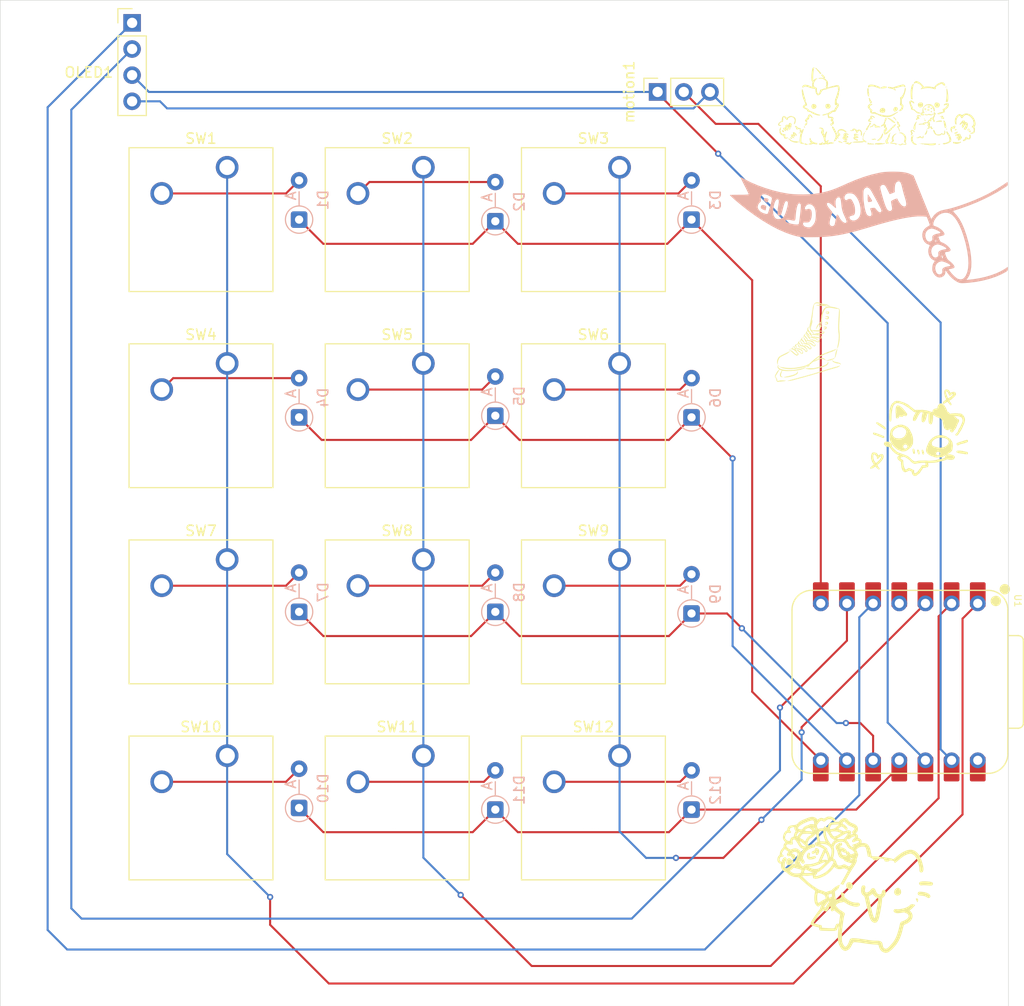
<source format=kicad_pcb>
(kicad_pcb (version 20241229) (generator "pcbnew") (generator_version "9.0")
  (layers (0 "F.Cu" signal) (2 "B.Cu" signal) (13 "F.Paste" user) (15 "B.Paste" user) (5 "F.SilkS" user "F.Silkscreen") (7 "B.SilkS" user "B.Silkscreen") (1 "F.Mask" user) (3 "B.Mask" user) (25 "Edge.Cuts" user))
  (net 0 "")
  (net 1 "Net-(D1-A)")
  (net 2 "column 0")
  (net 3 "column 1")
  (net 4 "Net-(D2-A)")
  (net 5 "column 2")
  (net 6 "Net-(D3-A)")
  (net 7 "Net-(D4-A)")
  (net 8 "Net-(D5-A)")
  (net 9 "Net-(D6-A)")
  (net 10 "Net-(D7-A)")
  (net 11 "Net-(D8-A)")
  (net 12 "Net-(D9-A)")
  (net 13 "Net-(D10-A)")
  (net 14 "Net-(D11-A)")
  (net 15 "Net-(D12-A)")
  (net 16 "row 2")
  (net 17 "row 3")
  (net 18 "row 1")
  (net 19 "row 0")
  (net 21 "GND")
  (net 22 "+3.3V")
  (net 23 "Net-(U1-GPIO21{slash}D6{slash}TX)")
  (net 24 "SCL")
  (net 25 "SDA")
  (footprint "Button_Switch_Keyboard:SW_Cherry_MX_1.00u_PCB" (layer "F.Cu") (at 112.0775 52.07)
    (property "Reference" "SW5" (at -2.54 -2.794 0) (layer "F.SilkS"))
    (property "Value" "SW_Push")
    (pad "" np_thru_hole circle (at -7.62 5.08) (size 1.7 1.7) (drill 1.7) (layers "*.Cu" "*.Mask"))
    (pad "" np_thru_hole circle (at -2.54 5.08) (size 4 4) (drill 4) (layers "*.Cu" "*.Mask"))
    (pad "" np_thru_hole circle (at 2.54 5.08) (size 1.7 1.7) (drill 1.7) (layers "*.Cu" "*.Mask"))
    (pad "1" thru_hole circle (at 0 0) (size 2.2 2.2) (drill 1.5) (layers "*.Cu" "*.Mask") (net 3 "column 1"))
    (pad "2" thru_hole circle (at -6.35 2.54) (size 2.2 2.2) (drill 1.5) (layers "*.Cu" "*.Mask") (net 8 "Net-(D5-A)"))
  )
  (footprint "Button_Switch_Keyboard:SW_Cherry_MX_1.00u_PCB" (layer "F.Cu") (at 131.1275 90.17)
    (property "Reference" "SW12" (at -2.54 -2.794 0) (layer "F.SilkS"))
    (property "Value" "SW_Push")
    (pad "" np_thru_hole circle (at -7.62 5.08) (size 1.7 1.7) (drill 1.7) (layers "*.Cu" "*.Mask"))
    (pad "" np_thru_hole circle (at -2.54 5.08) (size 4 4) (drill 4) (layers "*.Cu" "*.Mask"))
    (pad "" np_thru_hole circle (at 2.54 5.08) (size 1.7 1.7) (drill 1.7) (layers "*.Cu" "*.Mask"))
    (pad "1" thru_hole circle (at 0 0) (size 2.2 2.2) (drill 1.5) (layers "*.Cu" "*.Mask") (net 5 "column 2"))
    (pad "2" thru_hole circle (at -6.35 2.54) (size 2.2 2.2) (drill 1.5) (layers "*.Cu" "*.Mask") (net 15 "Net-(D12-A)"))
  )
  (footprint "Connector_PinSocket_2.54mm:PinSocket_1x03_P2.54mm_Vertical" (layer "F.Cu") (at 134.82 25.7 90)
    (property "Reference" "motion1" (at 0 -2.77 90) (layer "F.SilkS"))
    (property "Value" "Conn_01x03_Socket")
    (pad "1" thru_hole rect (at 0 0 90) (size 1.7 1.7) (drill 1) (layers "*.Cu" "*.Mask") (net 22 "+3.3V"))
    (pad "2" thru_hole circle (at 0 2.54 90) (size 1.7 1.7) (drill 1) (layers "*.Cu" "*.Mask") (net 23 "Net-(U1-GPIO21{slash}D6{slash}TX)"))
    (pad "3" thru_hole circle (at 0 5.08 90) (size 1.7 1.7) (drill 1) (layers "*.Cu" "*.Mask") (net 21 "GND"))
  )
  (footprint "LOGO" (layer "F.Cu") (at 160.014679 58.990119)
    (property "Reference" "G***" (hide yes))
    (property "Value" "LOGO" (hide yes))
  )
  (footprint "Button_Switch_Keyboard:SW_Cherry_MX_1.00u_PCB" (layer "F.Cu") (at 93.0275 90.17)
    (property "Reference" "SW10" (at -2.54 -2.794 0) (layer "F.SilkS"))
    (property "Value" "SW_Push")
    (pad "" np_thru_hole circle (at -7.62 5.08) (size 1.7 1.7) (drill 1.7) (layers "*.Cu" "*.Mask"))
    (pad "" np_thru_hole circle (at -2.54 5.08) (size 4 4) (drill 4) (layers "*.Cu" "*.Mask"))
    (pad "" np_thru_hole circle (at 2.54 5.08) (size 1.7 1.7) (drill 1.7) (layers "*.Cu" "*.Mask"))
    (pad "1" thru_hole circle (at 0 0) (size 2.2 2.2) (drill 1.5) (layers "*.Cu" "*.Mask") (net 2 "column 0"))
    (pad "2" thru_hole circle (at -6.35 2.54) (size 2.2 2.2) (drill 1.5) (layers "*.Cu" "*.Mask") (net 13 "Net-(D10-A)"))
  )
  (footprint "Button_Switch_Keyboard:SW_Cherry_MX_1.00u_PCB" (layer "F.Cu") (at 131.1275 52.07)
    (property "Reference" "SW6" (at -2.54 -2.794 0) (layer "F.SilkS"))
    (property "Value" "SW_Push")
    (pad "" np_thru_hole circle (at -7.62 5.08) (size 1.7 1.7) (drill 1.7) (layers "*.Cu" "*.Mask"))
    (pad "" np_thru_hole circle (at -2.54 5.08) (size 4 4) (drill 4) (layers "*.Cu" "*.Mask"))
    (pad "" np_thru_hole circle (at 2.54 5.08) (size 1.7 1.7) (drill 1.7) (layers "*.Cu" "*.Mask"))
    (pad "1" thru_hole circle (at 0 0) (size 2.2 2.2) (drill 1.5) (layers "*.Cu" "*.Mask") (net 5 "column 2"))
    (pad "2" thru_hole circle (at -6.35 2.54) (size 2.2 2.2) (drill 1.5) (layers "*.Cu" "*.Mask") (net 9 "Net-(D6-A)"))
  )
  (footprint "Button_Switch_Keyboard:SW_Cherry_MX_1.00u_PCB" (layer "F.Cu") (at 112.0775 33.02)
    (property "Reference" "SW2" (at -2.54 -2.794 0) (layer "F.SilkS"))
    (property "Value" "SW_Push")
    (pad "" np_thru_hole circle (at -7.62 5.08) (size 1.7 1.7) (drill 1.7) (layers "*.Cu" "*.Mask"))
    (pad "" np_thru_hole circle (at -2.54 5.08) (size 4 4) (drill 4) (layers "*.Cu" "*.Mask"))
    (pad "" np_thru_hole circle (at 2.54 5.08) (size 1.7 1.7) (drill 1.7) (layers "*.Cu" "*.Mask"))
    (pad "1" thru_hole circle (at 0 0) (size 2.2 2.2) (drill 1.5) (layers "*.Cu" "*.Mask") (net 3 "column 1"))
    (pad "2" thru_hole circle (at -6.35 2.54) (size 2.2 2.2) (drill 1.5) (layers "*.Cu" "*.Mask") (net 4 "Net-(D2-A)"))
  )
  (footprint "Button_Switch_Keyboard:SW_Cherry_MX_1.00u_PCB" (layer "F.Cu") (at 93.0275 52.07)
    (property "Reference" "SW4" (at -2.54 -2.794 0) (layer "F.SilkS"))
    (property "Value" "SW_Push")
    (pad "" np_thru_hole circle (at -7.62 5.08) (size 1.7 1.7) (drill 1.7) (layers "*.Cu" "*.Mask"))
    (pad "" np_thru_hole circle (at -2.54 5.08) (size 4 4) (drill 4) (layers "*.Cu" "*.Mask"))
    (pad "" np_thru_hole circle (at 2.54 5.08) (size 1.7 1.7) (drill 1.7) (layers "*.Cu" "*.Mask"))
    (pad "1" thru_hole circle (at 0 0) (size 2.2 2.2) (drill 1.5) (layers "*.Cu" "*.Mask") (net 2 "column 0"))
    (pad "2" thru_hole circle (at -6.35 2.54) (size 2.2 2.2) (drill 1.5) (layers "*.Cu" "*.Mask") (net 7 "Net-(D4-A)"))
  )
  (footprint "LOGO" (layer "F.Cu") (at 156.090222 27.692021)
    (property "Reference" "G***" (hide yes))
    (property "Value" "LOGO" (hide yes))
  )
  (footprint "LOGO" (layer "F.Cu") (at 149.4 50)
    (property "Reference" "G***" (hide yes))
    (property "Value" "LOGO" (hide yes))
  )
  (footprint "Button_Switch_Keyboard:SW_Cherry_MX_1.00u_PCB" (layer "F.Cu") (at 131.1275 71.12)
    (property "Reference" "SW9" (at -2.54 -2.794 0) (layer "F.SilkS"))
    (property "Value" "SW_Push")
    (pad "" np_thru_hole circle (at -7.62 5.08) (size 1.7 1.7) (drill 1.7) (layers "*.Cu" "*.Mask"))
    (pad "" np_thru_hole circle (at -2.54 5.08) (size 4 4) (drill 4) (layers "*.Cu" "*.Mask"))
    (pad "" np_thru_hole circle (at 2.54 5.08) (size 1.7 1.7) (drill 1.7) (layers "*.Cu" "*.Mask"))
    (pad "1" thru_hole circle (at 0 0) (size 2.2 2.2) (drill 1.5) (layers "*.Cu" "*.Mask") (net 5 "column 2"))
    (pad "2" thru_hole circle (at -6.35 2.54) (size 2.2 2.2) (drill 1.5) (layers "*.Cu" "*.Mask") (net 12 "Net-(D9-A)"))
  )
  (footprint "Button_Switch_Keyboard:SW_Cherry_MX_1.00u_PCB" (layer "F.Cu") (at 93.0275 33.02)
    (property "Reference" "SW1" (at -2.54 -2.794 0) (layer "F.SilkS"))
    (property "Value" "SW_Push")
    (pad "" np_thru_hole circle (at -7.62 5.08) (size 1.7 1.7) (drill 1.7) (layers "*.Cu" "*.Mask"))
    (pad "" np_thru_hole circle (at -2.54 5.08) (size 4 4) (drill 4) (layers "*.Cu" "*.Mask"))
    (pad "" np_thru_hole circle (at 2.54 5.08) (size 1.7 1.7) (drill 1.7) (layers "*.Cu" "*.Mask"))
    (pad "1" thru_hole circle (at 0 0) (size 2.2 2.2) (drill 1.5) (layers "*.Cu" "*.Mask") (net 2 "column 0"))
    (pad "2" thru_hole circle (at -6.35 2.54) (size 2.2 2.2) (drill 1.5) (layers "*.Cu" "*.Mask") (net 1 "Net-(D1-A)"))
  )
  (footprint "Button_Switch_Keyboard:SW_Cherry_MX_1.00u_PCB" (layer "F.Cu") (at 93.0275 71.12)
    (property "Reference" "SW7" (at -2.54 -2.794 0) (layer "F.SilkS"))
    (property "Value" "SW_Push")
    (pad "" np_thru_hole circle (at -7.62 5.08) (size 1.7 1.7) (drill 1.7) (layers "*.Cu" "*.Mask"))
    (pad "" np_thru_hole circle (at -2.54 5.08) (size 4 4) (drill 4) (layers "*.Cu" "*.Mask"))
    (pad "" np_thru_hole circle (at 2.54 5.08) (size 1.7 1.7) (drill 1.7) (layers "*.Cu" "*.Mask"))
    (pad "1" thru_hole circle (at 0 0) (size 2.2 2.2) (drill 1.5) (layers "*.Cu" "*.Mask") (net 2 "column 0"))
    (pad "2" thru_hole circle (at -6.35 2.54) (size 2.2 2.2) (drill 1.5) (layers "*.Cu" "*.Mask") (net 10 "Net-(D7-A)"))
  )
  (footprint "Button_Switch_Keyboard:SW_Cherry_MX_1.00u_PCB" (layer "F.Cu") (at 131.1275 33.02)
    (property "Reference" "SW3" (at -2.54 -2.794 0) (layer "F.SilkS"))
    (property "Value" "SW_Push")
    (pad "" np_thru_hole circle (at -7.62 5.08) (size 1.7 1.7) (drill 1.7) (layers "*.Cu" "*.Mask"))
    (pad "" np_thru_hole circle (at -2.54 5.08) (size 4 4) (drill 4) (layers "*.Cu" "*.Mask"))
    (pad "" np_thru_hole circle (at 2.54 5.08) (size 1.7 1.7) (drill 1.7) (layers "*.Cu" "*.Mask"))
    (pad "1" thru_hole circle (at 0 0) (size 2.2 2.2) (drill 1.5) (layers "*.Cu" "*.Mask") (net 5 "column 2"))
    (pad "2" thru_hole circle (at -6.35 2.54) (size 2.2 2.2) (drill 1.5) (layers "*.Cu" "*.Mask") (net 6 "Net-(D3-A)"))
  )
  (footprint "LOGO" (layer "F.Cu") (at 154.30017 101.668751)
    (property "Reference" "G***" (hide yes))
    (property "Value" "LOGO" (hide yes))
  )
  (footprint "Button_Switch_Keyboard:SW_Cherry_MX_1.00u_PCB" (layer "F.Cu") (at 112.0775 71.12)
    (property "Reference" "SW8" (at -2.54 -2.794 0) (layer "F.SilkS"))
    (property "Value" "SW_Push")
    (pad "" np_thru_hole circle (at -7.62 5.08) (size 1.7 1.7) (drill 1.7) (layers "*.Cu" "*.Mask"))
    (pad "" np_thru_hole circle (at -2.54 5.08) (size 4 4) (drill 4) (layers "*.Cu" "*.Mask"))
    (pad "" np_thru_hole circle (at 2.54 5.08) (size 1.7 1.7) (drill 1.7) (layers "*.Cu" "*.Mask"))
    (pad "1" thru_hole circle (at 0 0) (size 2.2 2.2) (drill 1.5) (layers "*.Cu" "*.Mask") (net 3 "column 1"))
    (pad "2" thru_hole circle (at -6.35 2.54) (size 2.2 2.2) (drill 1.5) (layers "*.Cu" "*.Mask") (net 11 "Net-(D8-A)"))
  )
  (footprint "Seeed Studio XIAO Series Library:XIAO-ESP32C3-DIP" (layer "F.Cu") (at 158.2815 83.12 -90)
    (property "Reference" "U1" (at -8 -11.5 270) (layer "F.SilkS") (effects (font (size 0.635 0.635) (thickness 0.1016))))
    (property "Value" "XIAO-ESP32-C3-DIP")
    (pad "1" smd roundrect (at -8.575 -7.62 90) (size 2.432 1.524) (layers "F.Cu" "F.Mask") (roundrect_rratio 0.1) (net 2 "column 0"))
    (pad "1" thru_hole circle (at -7.74 -7.62 90) (size 1.524 1.524) (drill 0.889) (layers "*.Cu" "*.Mask") (net 2 "column 0"))
    (pad "2" smd roundrect (at -8.575 -5.08 90) (size 2.432 1.524) (layers "F.Cu" "F.Mask") (roundrect_rratio 0.1) (net 3 "column 1"))
    (pad "2" thru_hole circle (at -7.74 -5.08 90) (size 1.524 1.524) (drill 0.889) (layers "*.Cu" "*.Mask") (net 3 "column 1"))
    (pad "3" smd roundrect (at -8.575 -2.54 90) (size 2.432 1.524) (layers "F.Cu" "F.Mask") (roundrect_rratio 0.1) (net 5 "column 2"))
    (pad "3" thru_hole circle (at -7.74 -2.54 90) (size 1.524 1.524) (drill 0.889) (layers "*.Cu" "*.Mask") (net 5 "column 2"))
    (pad "4" smd roundrect (at -8.575 0 90) (size 2.432 1.524) (layers "F.Cu" "F.Mask") (roundrect_rratio 0.1))
    (pad "4" thru_hole circle (at -7.74 0 90) (size 1.524 1.524) (drill 0.889) (layers "*.Cu" "*.Mask"))
    (pad "5" smd roundrect (at -8.575 2.54 90) (size 2.432 1.524) (layers "F.Cu" "F.Mask") (roundrect_rratio 0.1) (net 25 "SDA"))
    (pad "5" thru_hole circle (at -7.74 2.54 90) (size 1.524 1.524) (drill 0.889) (layers "*.Cu" "*.Mask") (net 25 "SDA"))
    (pad "6" smd roundrect (at -8.575 5.08 90) (size 2.432 1.524) (layers "F.Cu" "F.Mask") (roundrect_rratio 0.1) (net 24 "SCL"))
    (pad "6" thru_hole circle (at -7.74 5.08 90) (size 1.524 1.524) (drill 0.889) (layers "*.Cu" "*.Mask") (net 24 "SCL"))
    (pad "7" smd roundrect (at -8.575 7.62 90) (size 2.432 1.524) (layers "F.Cu" "F.Mask") (roundrect_rratio 0.1) (net 23 "Net-(U1-GPIO21{slash}D6{slash}TX)"))
    (pad "7" thru_hole circle (at -7.74 7.62 90) (size 1.524 1.524) (drill 0.889) (layers "*.Cu" "*.Mask") (net 23 "Net-(U1-GPIO21{slash}D6{slash}TX)"))
    (pad "8" thru_hole circle (at 7.5 7.62 270) (size 1.524 1.524) (drill 0.889) (layers "*.Cu" "*.Mask") (net 19 "row 0"))
    (pad "8" smd roundrect (at 8.335 7.62 270) (size 2.432 1.524) (layers "F.Cu" "F.Mask") (roundrect_rratio 0.1) (net 19 "row 0"))
    (pad "9" thru_hole circle (at 7.5 5.08 270) (size 1.524 1.524) (drill 0.889) (layers "*.Cu" "*.Mask") (net 18 "row 1"))
    (pad "9" smd roundrect (at 8.335 5.08 270) (size 2.432 1.524) (layers "F.Cu" "F.Mask") (roundrect_rratio 0.1) (net 18 "row 1"))
    (pad "10" thru_hole circle (at 7.5 2.54 270) (size 1.524 1.524) (drill 0.889) (layers "*.Cu" "*.Mask") (net 16 "row 2"))
    (pad "10" smd roundrect (at 8.335 2.54 270) (size 2.432 1.524) (layers "F.Cu" "F.Mask") (roundrect_rratio 0.1) (net 16 "row 2"))
    (pad "11" thru_hole circle (at 7.5 0 270) (size 1.524 1.524) (drill 0.889) (layers "*.Cu" "*.Mask") (net 17 "row 3"))
    (pad "11" smd roundrect (at 8.335 0 270) (size 2.432 1.524) (layers "F.Cu" "F.Mask") (roundrect_rratio 0.1) (net 17 "row 3"))
    (pad "12" thru_hole circle (at 7.5 -2.54 270) (size 1.524 1.524) (drill 0.889) (layers "*.Cu" "*.Mask") (net 22 "+3.3V"))
    (pad "12" smd roundrect (at 8.335 -2.54 270) (size 2.432 1.524) (layers "F.Cu" "F.Mask") (roundrect_rratio 0.1) (net 22 "+3.3V"))
    (pad "13" thru_hole circle (at 7.5 -5.08 270) (size 1.524 1.524) (drill 0.889) (layers "*.Cu" "*.Mask") (net 21 "GND"))
    (pad "13" smd roundrect (at 8.335 -5.08 270) (size 2.432 1.524) (layers "F.Cu" "F.Mask") (roundrect_rratio 0.1) (net 21 "GND"))
    (pad "14" thru_hole circle (at 7.5 -7.62 270) (size 1.524 1.524) (drill 0.889) (layers "*.Cu" "*.Mask"))
    (pad "14" smd roundrect (at 8.335 -7.62 270) (size 2.432 1.524) (layers "F.Cu" "F.Mask") (roundrect_rratio 0.1))
  )
  (footprint "Button_Switch_Keyboard:SW_Cherry_MX_1.00u_PCB" (layer "F.Cu") (at 112.0775 90.17)
    (property "Reference" "SW11" (at -2.54 -2.794 0) (layer "F.SilkS"))
    (property "Value" "SW_Push")
    (pad "" np_thru_hole circle (at -7.62 5.08) (size 1.7 1.7) (drill 1.7) (layers "*.Cu" "*.Mask"))
    (pad "" np_thru_hole circle (at -2.54 5.08) (size 4 4) (drill 4) (layers "*.Cu" "*.Mask"))
    (pad "" np_thru_hole circle (at 2.54 5.08) (size 1.7 1.7) (drill 1.7) (layers "*.Cu" "*.Mask"))
    (pad "1" thru_hole circle (at 0 0) (size 2.2 2.2) (drill 1.5) (layers "*.Cu" "*.Mask") (net 3 "column 1"))
    (pad "2" thru_hole circle (at -6.35 2.54) (size 2.2 2.2) (drill 1.5) (layers "*.Cu" "*.Mask") (net 14 "Net-(D11-A)"))
  )
  (footprint "Connector_PinHeader_2.54mm:PinHeader_1x04_P2.54mm_Vertical" (layer "F.Cu") (at 83.8 18.99)
    (property "Reference" "OLED1" (at -4.2 4.81 0) (layer "F.SilkS"))
    (property "Value" "Conn_01x04_Pin")
    (pad "1" thru_hole rect (at 0 0) (size 1.7 1.7) (drill 1) (layers "*.Cu" "*.Mask") (net 25 "SDA"))
    (pad "2" thru_hole circle (at 0 2.54) (size 1.7 1.7) (drill 1) (layers "*.Cu" "*.Mask") (net 24 "SCL"))
    (pad "3" thru_hole circle (at 0 5.08) (size 1.7 1.7) (drill 1) (layers "*.Cu" "*.Mask") (net 22 "+3.3V"))
    (pad "4" thru_hole circle (at 0 7.62) (size 1.7 1.7) (drill 1) (layers "*.Cu" "*.Mask") (net 21 "GND"))
  )
  (footprint "Diode_THT:D_DO-35_SOD27_P3.81mm_Vertical_AnodeUp" (layer "B.Cu") (at 119.0625 76.2 90)
    (property "Reference" "D8" (at 1.905 2.326371 270) (layer "B.SilkS") (effects (justify mirror)))
    (property "Value" "D_Small")
    (fp_text user "A" (at 2.31 -0.8 270) (layer "B.SilkS") (effects (justify mirror)))
    (pad "1" thru_hole roundrect (at 0 0 90) (size 1.6 1.6) (drill 0.8) (layers "*.Cu" "*.Mask") (roundrect_rratio 0.15625) (net 16 "row 2"))
    (pad "2" thru_hole circle (at 3.81 0 90) (size 1.6 1.6) (drill 0.8) (layers "*.Cu" "*.Mask") (net 11 "Net-(D8-A)"))
  )
  (footprint "Diode_THT:D_DO-35_SOD27_P3.81mm_Vertical_AnodeUp" (layer "B.Cu") (at 138.1125 38.1 90)
    (property "Reference" "D3" (at 1.905 2.326371 270) (layer "B.SilkS") (effects (justify mirror)))
    (property "Value" "D_Small")
    (fp_text user "A" (at 2.31 -0.8 270) (layer "B.SilkS") (effects (justify mirror)))
    (pad "1" thru_hole roundrect (at 0 0 90) (size 1.6 1.6) (drill 0.8) (layers "*.Cu" "*.Mask") (roundrect_rratio 0.15625) (net 19 "row 0"))
    (pad "2" thru_hole circle (at 3.81 0 90) (size 1.6 1.6) (drill 0.8) (layers "*.Cu" "*.Mask") (net 6 "Net-(D3-A)"))
  )
  (footprint "LOGO" (layer "B.Cu") (at 155.3 38.8 180)
    (property "Reference" "G***" (hide yes))
    (property "Value" "LOGO" (hide yes))
  )
  (footprint "Diode_THT:D_DO-35_SOD27_P3.81mm_Vertical_AnodeUp" (layer "B.Cu") (at 100.0125 38.1 90)
    (property "Reference" "D1" (at 1.905 2.326371 270) (layer "B.SilkS") (effects (justify mirror)))
    (property "Value" "D_Small")
    (fp_text user "A" (at 2.31 -0.8 270) (layer "B.SilkS") (effects (justify mirror)))
    (pad "1" thru_hole roundrect (at 0 0 90) (size 1.6 1.6) (drill 0.8) (layers "*.Cu" "*.Mask") (roundrect_rratio 0.15625) (net 19 "row 0"))
    (pad "2" thru_hole circle (at 3.81 0 90) (size 1.6 1.6) (drill 0.8) (layers "*.Cu" "*.Mask") (net 1 "Net-(D1-A)"))
  )
  (footprint "Diode_THT:D_DO-35_SOD27_P3.81mm_Vertical_AnodeUp" (layer "B.Cu") (at 138.1125 57.30875 90)
    (property "Reference" "D6" (at 1.905 2.326371 270) (layer "B.SilkS") (effects (justify mirror)))
    (property "Value" "D_Small")
    (fp_text user "A" (at 2.31 -0.8 270) (layer "B.SilkS") (effects (justify mirror)))
    (pad "1" thru_hole roundrect (at 0 0 90) (size 1.6 1.6) (drill 0.8) (layers "*.Cu" "*.Mask") (roundrect_rratio 0.15625) (net 18 "row 1"))
    (pad "2" thru_hole circle (at 3.81 0 90) (size 1.6 1.6) (drill 0.8) (layers "*.Cu" "*.Mask") (net 9 "Net-(D6-A)"))
  )
  (footprint "Diode_THT:D_DO-35_SOD27_P3.81mm_Vertical_AnodeUp" (layer "B.Cu") (at 100.0125 57.30875 90)
    (property "Reference" "D4" (at 1.905 2.326371 270) (layer "B.SilkS") (effects (justify mirror)))
    (property "Value" "D_Small")
    (fp_text user "A" (at 2.31 -0.8 270) (layer "B.SilkS") (effects (justify mirror)))
    (pad "1" thru_hole roundrect (at 0 0 90) (size 1.6 1.6) (drill 0.8) (layers "*.Cu" "*.Mask") (roundrect_rratio 0.15625) (net 18 "row 1"))
    (pad "2" thru_hole circle (at 3.81 0 90) (size 1.6 1.6) (drill 0.8) (layers "*.Cu" "*.Mask") (net 7 "Net-(D4-A)"))
  )
  (footprint "Diode_THT:D_DO-35_SOD27_P3.81mm_Vertical_AnodeUp" (layer "B.Cu") (at 119.0625 38.25875 90)
    (property "Reference" "D2" (at 1.905 2.326371 270) (layer "B.SilkS") (effects (justify mirror)))
    (property "Value" "D_Small")
    (fp_text user "A" (at 2.31 -0.8 270) (layer "B.SilkS") (effects (justify mirror)))
    (pad "1" thru_hole roundrect (at 0 0 90) (size 1.6 1.6) (drill 0.8) (layers "*.Cu" "*.Mask") (roundrect_rratio 0.15625) (net 19 "row 0"))
    (pad "2" thru_hole circle (at 3.81 0 90) (size 1.6 1.6) (drill 0.8) (layers "*.Cu" "*.Mask") (net 4 "Net-(D2-A)"))
  )
  (footprint "Diode_THT:D_DO-35_SOD27_P3.81mm_Vertical_AnodeUp" (layer "B.Cu") (at 100.0125 76.2 90)
    (property "Reference" "D7" (at 1.905 2.326371 270) (layer "B.SilkS") (effects (justify mirror)))
    (property "Value" "D_Small")
    (fp_text user "A" (at 2.31 -0.8 270) (layer "B.SilkS") (effects (justify mirror)))
    (pad "1" thru_hole roundrect (at 0 0 90) (size 1.6 1.6) (drill 0.8) (layers "*.Cu" "*.Mask") (roundrect_rratio 0.15625) (net 16 "row 2"))
    (pad "2" thru_hole circle (at 3.81 0 90) (size 1.6 1.6) (drill 0.8) (layers "*.Cu" "*.Mask") (net 10 "Net-(D7-A)"))
  )
  (footprint "Diode_THT:D_DO-35_SOD27_P3.81mm_Vertical_AnodeUp" (layer "B.Cu") (at 100.0125 95.25 90)
    (property "Reference" "D10" (at 1.905 2.326371 270) (layer "B.SilkS") (effects (justify mirror)))
    (property "Value" "D_Small")
    (fp_text user "A" (at 2.31 -0.8 270) (layer "B.SilkS") (effects (justify mirror)))
    (pad "1" thru_hole roundrect (at 0 0 90) (size 1.6 1.6) (drill 0.8) (layers "*.Cu" "*.Mask") (roundrect_rratio 0.15625) (net 17 "row 3"))
    (pad "2" thru_hole circle (at 3.81 0 90) (size 1.6 1.6) (drill 0.8) (layers "*.Cu" "*.Mask") (net 13 "Net-(D10-A)"))
  )
  (footprint "Diode_THT:D_DO-35_SOD27_P3.81mm_Vertical_AnodeUp" (layer "B.Cu") (at 138.1125 95.40875 90)
    (property "Reference" "D12" (at 1.905 2.326371 270) (layer "B.SilkS") (effects (justify mirror)))
    (property "Value" "D_Small")
    (fp_text user "A" (at 2.31 -0.8 270) (layer "B.SilkS") (effects (justify mirror)))
    (pad "1" thru_hole roundrect (at 0 0 90) (size 1.6 1.6) (drill 0.8) (layers "*.Cu" "*.Mask") (roundrect_rratio 0.15625) (net 17 "row 3"))
    (pad "2" thru_hole circle (at 3.81 0 90) (size 1.6 1.6) (drill 0.8) (layers "*.Cu" "*.Mask") (net 15 "Net-(D12-A)"))
  )
  (footprint "Diode_THT:D_DO-35_SOD27_P3.81mm_Vertical_AnodeUp" (layer "B.Cu") (at 119.0625 57.15 90)
    (property "Reference" "D5" (at 1.905 2.326371 270) (layer "B.SilkS") (effects (justify mirror)))
    (property "Value" "D_Small")
    (fp_text user "A" (at 2.31 -0.8 270) (layer "B.SilkS") (effects (justify mirror)))
    (pad "1" thru_hole roundrect (at 0 0 90) (size 1.6 1.6) (drill 0.8) (layers "*.Cu" "*.Mask") (roundrect_rratio 0.15625) (net 18 "row 1"))
    (pad "2" thru_hole circle (at 3.81 0 90) (size 1.6 1.6) (drill 0.8) (layers "*.Cu" "*.Mask") (net 8 "Net-(D5-A)"))
  )
  (footprint "Diode_THT:D_DO-35_SOD27_P3.81mm_Vertical_AnodeUp" (layer "B.Cu") (at 119.0625 95.40875 90)
    (property "Reference" "D11" (at 1.905 2.326371 270) (layer "B.SilkS") (effects (justify mirror)))
    (property "Value" "D_Small")
    (fp_text user "A" (at 2.31 -0.8 270) (layer "B.SilkS") (effects (justify mirror)))
    (pad "1" thru_hole roundrect (at 0 0 90) (size 1.6 1.6) (drill 0.8) (layers "*.Cu" "*.Mask") (roundrect_rratio 0.15625) (net 17 "row 3"))
    (pad "2" thru_hole circle (at 3.81 0 90) (size 1.6 1.6) (drill 0.8) (layers "*.Cu" "*.Mask") (net 14 "Net-(D11-A)"))
  )
  (footprint "Diode_THT:D_DO-35_SOD27_P3.81mm_Vertical_AnodeUp" (layer "B.Cu") (at 138.1125 76.35875 90)
    (property "Reference" "D9" (at 1.905 2.326371 270) (layer "B.SilkS") (effects (justify mirror)))
    (property "Value" "D_Small")
    (fp_text user "A" (at 2.31 -0.8 270) (layer "B.SilkS") (effects (justify mirror)))
    (pad "1" thru_hole roundrect (at 0 0 90) (size 1.6 1.6) (drill 0.8) (layers "*.Cu" "*.Mask") (roundrect_rratio 0.15625) (net 16 "row 2"))
    (pad "2" thru_hole circle (at 3.81 0 90) (size 1.6 1.6) (drill 0.8) (layers "*.Cu" "*.Mask") (net 12 "Net-(D9-A)"))
  )
  (gr_rect (start 71 16.79375) (end 168.88625 114.50625) (stroke (width 0.05)) (fill no) (layer "Edge.Cuts"))
  (segment (start 86.6775 35.56) (end 98.7425 35.56) (width 0.2) (layer "F.Cu") (net 1))
  (segment (start 98.7425 35.56) (end 100.0125 34.29) (width 0.2) (layer "F.Cu") (net 1))
  (segment (start 97.2 103.9) (end 97.2 106.6) (width 0.2) (layer "F.Cu") (net 2))
  (segment (start 164.4245 76.857) (end 165.9015 75.38) (width 0.2) (layer "F.Cu") (net 2))
  (segment (start 148 112.3) (end 164.4245 95.8755) (width 0.2) (layer "F.Cu") (net 2))
  (segment (start 102.9 112.3) (end 148 112.3) (width 0.2) (layer "F.Cu") (net 2))
  (segment (start 164.4245 95.8755) (end 164.4245 76.857) (width 0.2) (layer "F.Cu") (net 2))
  (segment (start 97.2 106.6) (end 102.9 112.3) (width 0.2) (layer "F.Cu") (net 2))
  (via (at 97.2 103.9) (size 0.6) (drill 0.3) (layers "F.Cu" "B.Cu") (net 2))
  (segment (start 93.0275 52.07) (end 93.0275 71.12) (width 0.2) (layer "B.Cu") (net 2))
  (segment (start 93.0275 90.17) (end 93.0275 99.7275) (width 0.2) (layer "B.Cu") (net 2))
  (segment (start 93.0275 33.02) (end 93.0275 52.07) (width 0.2) (layer "B.Cu") (net 2))
  (segment (start 93.0275 99.7275) (end 97.2 103.9) (width 0.2) (layer "B.Cu") (net 2))
  (segment (start 93.0275 71.12) (end 93.0275 90.17) (width 0.2) (layer "B.Cu") (net 2))
  (segment (start 162.1 94.3) (end 162.1 76.6415) (width 0.2) (layer "F.Cu") (net 3))
  (segment (start 145.8 110.6) (end 162.1 94.3) (width 0.2) (layer "F.Cu") (net 3))
  (segment (start 122.6 110.6) (end 145.8 110.6) (width 0.2) (layer "F.Cu") (net 3))
  (segment (start 115.7 103.7) (end 122.6 110.6) (width 0.2) (layer "F.Cu") (net 3))
  (segment (start 162.1 76.6415) (end 163.3615 75.38) (width 0.2) (layer "F.Cu") (net 3))
  (via (at 115.7 103.7) (size 0.6) (drill 0.3) (layers "F.Cu" "B.Cu") (net 3))
  (segment (start 112.0775 52.07) (end 112.0775 71.12) (width 0.2) (layer "B.Cu") (net 3))
  (segment (start 112.0775 71.12) (end 112.0775 90.17) (width 0.2) (layer "B.Cu") (net 3))
  (segment (start 115.7 103.7) (end 115.6 103.6) (width 0.2) (layer "B.Cu") (net 3))
  (segment (start 112.0775 33.02) (end 112.0775 52.07) (width 0.2) (layer "B.Cu") (net 3))
  (segment (start 112.0775 90.17) (end 112.0775 100.0775) (width 0.2) (layer "B.Cu") (net 3))
  (segment (start 112.0775 100.0775) (end 115.7 103.7) (width 0.2) (layer "B.Cu") (net 3))
  (segment (start 106.83875 34.44875) (end 119.0625 34.44875) (width 0.2) (layer "F.Cu") (net 4))
  (segment (start 105.7275 35.56) (end 106.83875 34.44875) (width 0.2) (layer "F.Cu") (net 4))
  (segment (start 136.6 100.1) (end 141.2 100.1) (width 0.2) (layer "F.Cu") (net 5))
  (segment (start 148.8 87.4015) (end 160.8215 75.38) (width 0.2) (layer "F.Cu") (net 5))
  (segment (start 148.8 87.9) (end 148.8 87.4015) (width 0.2) (layer "F.Cu") (net 5))
  (segment (start 141.2 100.1) (end 144.9 96.4) (width 0.2) (layer "F.Cu") (net 5))
  (via (at 144.9 96.4) (size 0.6) (drill 0.3) (layers "F.Cu" "B.Cu") (net 5))
  (via (at 148.8 87.9) (size 0.6) (drill 0.3) (layers "F.Cu" "B.Cu") (net 5))
  (via (at 136.6 100.1) (size 0.6) (drill 0.3) (layers "F.Cu" "B.Cu") (net 5))
  (segment (start 131.1275 52.07) (end 131.1275 71.12) (width 0.2) (layer "B.Cu") (net 5))
  (segment (start 131.1275 90.17) (end 131.1275 97.5275) (width 0.2) (layer "B.Cu") (net 5))
  (segment (start 133.7 100.1) (end 136.6 100.1) (width 0.2) (layer "B.Cu") (net 5))
  (segment (start 148.8 92.5) (end 148.8 87.9) (width 0.2) (layer "B.Cu") (net 5))
  (segment (start 131.1275 33.02) (end 131.1275 52.07) (width 0.2) (layer "B.Cu") (net 5))
  (segment (start 144.9 96.4) (end 148.8 92.5) (width 0.2) (layer "B.Cu") (net 5))
  (segment (start 131.1275 71.12) (end 131.1275 90.17) (width 0.2) (layer "B.Cu") (net 5))
  (segment (start 131.1275 97.5275) (end 133.7 100.1) (width 0.2) (layer "B.Cu") (net 5))
  (segment (start 136.8425 35.56) (end 138.1125 34.29) (width 0.2) (layer "F.Cu") (net 6))
  (segment (start 124.7775 35.56) (end 136.8425 35.56) (width 0.2) (layer "F.Cu") (net 6))
  (segment (start 87.78875 53.49875) (end 100.0125 53.49875) (width 0.2) (layer "F.Cu") (net 7))
  (segment (start 86.6775 54.61) (end 87.78875 53.49875) (width 0.2) (layer "F.Cu") (net 7))
  (segment (start 105.7275 54.61) (end 117.7925 54.61) (width 0.2) (layer "F.Cu") (net 8))
  (segment (start 117.7925 54.61) (end 119.0625 53.34) (width 0.2) (layer "F.Cu") (net 8))
  (segment (start 137.00125 54.61) (end 138.1125 53.49875) (width 0.2) (layer "F.Cu") (net 9))
  (segment (start 124.7775 54.61) (end 137.00125 54.61) (width 0.2) (layer "F.Cu") (net 9))
  (segment (start 86.6775 73.66) (end 98.7425 73.66) (width 0.2) (layer "F.Cu") (net 10))
  (segment (start 98.7425 73.66) (end 100.0125 72.39) (width 0.2) (layer "F.Cu") (net 10))
  (segment (start 119.0625 72.39) (end 117.7925 73.66) (width 0.2) (layer "F.Cu") (net 11))
  (segment (start 117.7925 73.66) (end 105.7275 73.66) (width 0.2) (layer "F.Cu") (net 11))
  (segment (start 124.7775 73.66) (end 137.00125 73.66) (width 0.2) (layer "F.Cu") (net 12))
  (segment (start 137.00125 73.66) (end 138.1125 72.54875) (width 0.2) (layer "F.Cu") (net 12))
  (segment (start 86.6775 92.71) (end 98.7425 92.71) (width 0.2) (layer "F.Cu") (net 13))
  (segment (start 98.7425 92.71) (end 100.0125 91.44) (width 0.2) (layer "F.Cu") (net 13))
  (segment (start 117.95125 92.71) (end 119.0625 91.59875) (width 0.2) (layer "F.Cu") (net 14))
  (segment (start 105.7275 92.71) (end 117.95125 92.71) (width 0.2) (layer "F.Cu") (net 14))
  (segment (start 137.00125 92.71) (end 138.1125 91.59875) (width 0.2) (layer "F.Cu") (net 15))
  (segment (start 124.7775 92.71) (end 137.00125 92.71) (width 0.2) (layer "F.Cu") (net 15))
  (segment (start 141.55875 76.35875) (end 143 77.8) (width 0.2) (layer "F.Cu") (net 16))
  (segment (start 100.0125 76.2) (end 102.3635 78.551) (width 0.2) (layer "F.Cu") (net 16))
  (segment (start 155.7415 88.2415) (end 155.7415 90.62) (width 0.2) (layer "F.Cu") (net 16))
  (segment (start 135.92025 78.551) (end 121.4135 78.551) (width 0.2) (layer "F.Cu") (net 16))
  (segment (start 138.1125 76.35875) (end 135.92025 78.551) (width 0.2) (layer "F.Cu") (net 16))
  (segment (start 154.5 87) (end 155.7415 88.2415) (width 0.2) (layer "F.Cu") (net 16))
  (segment (start 121.4135 78.551) (end 119.0625 76.2) (width 0.2) (layer "F.Cu") (net 16))
  (segment (start 153.1 87) (end 154.5 87) (width 0.2) (layer "F.Cu") (net 16))
  (segment (start 138.1125 76.35875) (end 141.55875 76.35875) (width 0.2) (layer "F.Cu") (net 16))
  (segment (start 116.7115 78.551) (end 119.0625 76.2) (width 0.2) (layer "F.Cu") (net 16))
  (segment (start 102.3635 78.551) (end 116.7115 78.551) (width 0.2) (layer "F.Cu") (net 16))
  (via (at 153.1 87) (size 0.6) (drill 0.3) (layers "F.Cu" "B.Cu") (net 16))
  (via (at 143 77.8) (size 0.6) (drill 0.3) (layers "F.Cu" "B.Cu") (net 16))
  (segment (start 152.2 87) (end 153.1 87) (width 0.2) (layer "B.Cu") (net 16))
  (segment (start 143 77.8) (end 152.2 87) (width 0.2) (layer "B.Cu") (net 16))
  (segment (start 121.25475 97.601) (end 135.92025 97.601) (width 0.2) (layer "F.Cu") (net 17))
  (segment (start 102.3635 97.601) (end 116.87025 97.601) (width 0.2) (layer "F.Cu") (net 17))
  (segment (start 116.87025 97.601) (end 119.0625 95.40875) (width 0.2) (layer "F.Cu") (net 17))
  (segment (start 119.0625 95.40875) (end 121.25475 97.601) (width 0.2) (layer "F.Cu") (net 17))
  (segment (start 138.1125 95.40875) (end 154.106376 95.40875) (width 0.2) (layer "F.Cu") (net 17))
  (segment (start 154.106376 95.40875) (end 158.2815 91.233626) (width 0.2) (layer "F.Cu") (net 17))
  (segment (start 100.0125 95.25) (end 102.3635 97.601) (width 0.2) (layer "F.Cu") (net 17))
  (segment (start 158.2815 91.233626) (end 158.2815 90.62) (width 0.2) (layer "F.Cu") (net 17))
  (segment (start 135.92025 97.601) (end 138.1125 95.40875) (width 0.2) (layer "F.Cu") (net 17))
  (segment (start 102.20475 59.501) (end 116.7115 59.501) (width 0.2) (layer "F.Cu") (net 18))
  (segment (start 119.0625 57.15) (end 121.4135 59.501) (width 0.2) (layer "F.Cu") (net 18))
  (segment (start 121.4135 59.501) (end 135.92025 59.501) (width 0.2) (layer "F.Cu") (net 18))
  (segment (start 100.0125 57.30875) (end 102.20475 59.501) (width 0.2) (layer "F.Cu") (net 18))
  (segment (start 135.92025 59.501) (end 138.1125 57.30875) (width 0.2) (layer "F.Cu") (net 18))
  (segment (start 116.7115 59.501) (end 119.0625 57.15) (width 0.2) (layer "F.Cu") (net 18))
  (segment (start 138.1125 57.30875) (end 142.1 61.29625) (width 0.2) (layer "F.Cu") (net 18))
  (via (at 142.1 61.3) (size 0.6) (drill 0.3) (layers "F.Cu" "B.Cu") (net 18))
  (segment (start 142.1 79.5185) (end 142.1 61.3) (width 0.2) (layer "B.Cu") (net 18))
  (segment (start 153.2015 90.62) (end 142.1 79.5185) (width 0.2) (layer "B.Cu") (net 18))
  (segment (start 121.25475 40.451) (end 135.7615 40.451) (width 0.2) (layer "F.Cu") (net 19))
  (segment (start 144 43.9875) (end 144 83.9585) (width 0.2) (layer "F.Cu") (net 19))
  (segment (start 119.0625 38.25875) (end 121.25475 40.451) (width 0.2) (layer "F.Cu") (net 19))
  (segment (start 144 83.9585) (end 150.6615 90.62) (width 0.2) (layer "F.Cu") (net 19))
  (segment (start 102.3635 40.451) (end 116.87025 40.451) (width 0.2) (layer "F.Cu") (net 19))
  (segment (start 116.87025 40.451) (end 119.0625 38.25875) (width 0.2) (layer "F.Cu") (net 19))
  (segment (start 135.7615 40.451) (end 138.1125 38.1) (width 0.2) (layer "F.Cu") (net 19))
  (segment (start 138.1125 38.1) (end 144 43.9875) (width 0.2) (layer "F.Cu") (net 19))
  (segment (start 100.0125 38.1) (end 102.3635 40.451) (width 0.2) (layer "F.Cu") (net 19))
  (segment (start 87.2 27.3) (end 86.51 26.61) (width 0.2) (layer "B.Cu") (net 21))
  (segment (start 138.3 27.3) (end 87.2 27.3) (width 0.2) (layer "B.Cu") (net 21))
  (segment (start 139.9 25.7) (end 138.3 27.3) (width 0.2) (layer "B.Cu") (net 21))
  (segment (start 163.3615 90.62) (end 162.2985 89.557) (width 0.2) (layer "B.Cu") (net 21))
  (segment (start 162.2985 48.0985) (end 139.9 25.7) (width 0.2) (layer "B.Cu") (net 21))
  (segment (start 162.2985 89.557) (end 162.2985 48.0985) (width 0.2) (layer "B.Cu") (net 21))
  (segment (start 86.51 26.61) (end 83.8 26.61) (width 0.2) (layer "B.Cu") (net 21))
  (segment (start 134.82 25.82) (end 140.7 31.7) (width 0.2) (layer "F.Cu") (net 22))
  (segment (start 134.82 25.7) (end 134.82 25.82) (width 0.2) (layer "F.Cu") (net 22))
  (via (at 140.7 31.7) (size 0.6) (drill 0.3) (layers "F.Cu" "B.Cu") (net 22))
  (segment (start 140.7 31.7) (end 157.1555 48.1555) (width 0.2) (layer "B.Cu") (net 22))
  (segment (start 85.43 25.7) (end 134.82 25.7) (width 0.2) (layer "B.Cu") (net 22))
  (segment (start 157.1555 48.1555) (end 157.1555 86.954) (width 0.2) (layer "B.Cu") (net 22))
  (segment (start 157.1555 86.954) (end 160.8215 90.62) (width 0.2) (layer "B.Cu") (net 22))
  (segment (start 83.8 24.07) (end 85.43 25.7) (width 0.2) (layer "B.Cu") (net 22))
  (segment (start 137.36 25.7) (end 140.46 28.8) (width 0.2) (layer "F.Cu") (net 23))
  (segment (start 150.6615 34.8615) (end 150.6615 75.38) (width 0.2) (layer "F.Cu") (net 23))
  (segment (start 140.46 28.8) (end 144.6 28.8) (width 0.2) (layer "F.Cu") (net 23))
  (segment (start 144.6 28.8) (end 150.6615 34.8615) (width 0.2) (layer "F.Cu") (net 23))
  (segment (start 153.2015 78.9985) (end 153.2015 75.38) (width 0.2) (layer "F.Cu") (net 24))
  (segment (start 146.7 85.5) (end 153.2015 78.9985) (width 0.2) (layer "F.Cu") (net 24))
  (via (at 146.7 85.5) (size 0.6) (drill 0.3) (layers "F.Cu" "B.Cu") (net 24))
  (segment (start 132.3 106) (end 78.9 106) (width 0.2) (layer "B.Cu") (net 24))
  (segment (start 77.9 27.43) (end 77.9 105) (width 0.2) (layer "B.Cu") (net 24))
  (segment (start 83.8 21.53) (end 77.9 27.43) (width 0.2) (layer "B.Cu") (net 24))
  (segment (start 146.7 91.6) (end 146.7 85.5) (width 0.2) (layer "B.Cu") (net 24))
  (segment (start 132.3 106) (end 146.7 91.6) (width 0.2) (layer "B.Cu") (net 24))
  (segment (start 78.9 106) (end 77.9 105) (width 0.2) (layer "B.Cu") (net 24))
  (segment (start 139.4 109) (end 154.4 94) (width 0.2) (layer "B.Cu") (net 25))
  (segment (start 154.4 76.7215) (end 155.7415 75.38) (width 0.2) (layer "B.Cu") (net 25))
  (segment (start 83.8 18.99) (end 75.6 27.19) (width 0.2) (layer "B.Cu") (net 25))
  (segment (start 75.6 27.19) (end 75.6 107.1) (width 0.2) (layer "B.Cu") (net 25))
  (segment (start 75.6 107.1) (end 77.5 109) (width 0.2) (layer "B.Cu") (net 25))
  (segment (start 154.4 94) (end 154.4 76.7215) (width 0.2) (layer "B.Cu") (net 25))
  (segment (start 77.5 109) (end 139.4 109) (width 0.2) (layer "B.Cu") (net 25))
)
</source>
